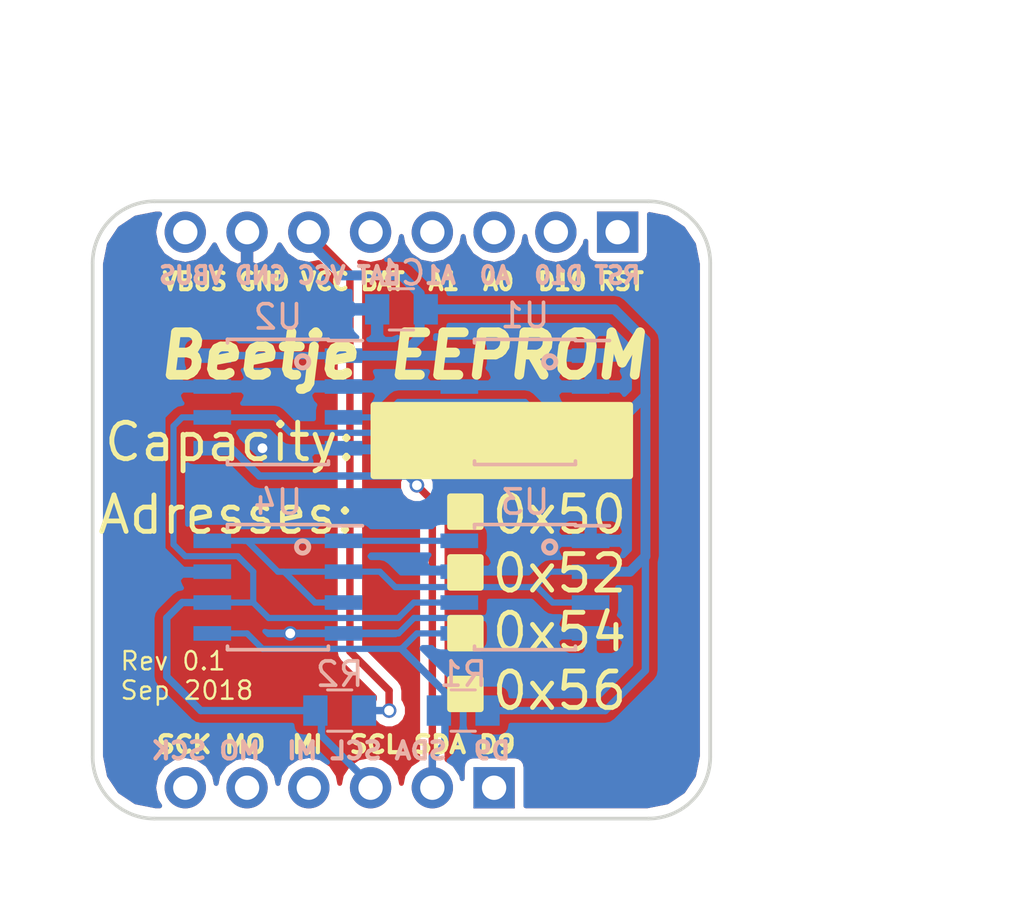
<source format=kicad_pcb>
(kicad_pcb (version 4) (host pcbnew 4.0.7)

  (general
    (links 38)
    (no_connects 0)
    (area 118.11 86.200001 163.095715 123.190001)
    (thickness 1.6)
    (drawings 22)
    (tracks 140)
    (zones 0)
    (modules 9)
    (nets 15)
  )

  (page A)
  (title_block
    (title "Beetje 32U4 Blok")
    (date 2018-08-10)
    (rev 0.0)
    (company www.MakersBox.us)
    (comment 1 648.ken@gmail.com)
  )

  (layers
    (0 F.Cu signal)
    (31 B.Cu signal)
    (32 B.Adhes user)
    (33 F.Adhes user)
    (34 B.Paste user)
    (35 F.Paste user)
    (36 B.SilkS user)
    (37 F.SilkS user)
    (38 B.Mask user)
    (39 F.Mask user)
    (40 Dwgs.User user)
    (41 Cmts.User user)
    (42 Eco1.User user)
    (43 Eco2.User user)
    (44 Edge.Cuts user)
    (45 Margin user)
    (46 B.CrtYd user)
    (47 F.CrtYd user)
    (48 B.Fab user)
    (49 F.Fab user hide)
  )

  (setup
    (last_trace_width 0.25)
    (user_trace_width 0.254)
    (user_trace_width 0.3048)
    (user_trace_width 0.4064)
    (user_trace_width 0.6096)
    (trace_clearance 0.2)
    (zone_clearance 0.35)
    (zone_45_only no)
    (trace_min 0.2)
    (segment_width 0.2)
    (edge_width 0.15)
    (via_size 0.6)
    (via_drill 0.4)
    (via_min_size 0.4)
    (via_min_drill 0.3)
    (uvia_size 0.3)
    (uvia_drill 0.1)
    (uvias_allowed no)
    (uvia_min_size 0.2)
    (uvia_min_drill 0.1)
    (pcb_text_width 0.3)
    (pcb_text_size 1.5 1.5)
    (mod_edge_width 0.15)
    (mod_text_size 1 1)
    (mod_text_width 0.15)
    (pad_size 0.75 0.75)
    (pad_drill 0)
    (pad_to_mask_clearance 0)
    (aux_axis_origin 0 0)
    (visible_elements 7FFFFFFF)
    (pcbplotparams
      (layerselection 0x00030_80000001)
      (usegerberextensions false)
      (excludeedgelayer true)
      (linewidth 0.100000)
      (plotframeref false)
      (viasonmask false)
      (mode 1)
      (useauxorigin false)
      (hpglpennumber 1)
      (hpglpenspeed 20)
      (hpglpendiameter 15)
      (hpglpenoverlay 2)
      (psnegative false)
      (psa4output false)
      (plotreference true)
      (plotvalue true)
      (plotinvisibletext false)
      (padsonsilk false)
      (subtractmaskfromsilk false)
      (outputformat 1)
      (mirror false)
      (drillshape 1)
      (scaleselection 1)
      (outputdirectory ""))
  )

  (net 0 "")
  (net 1 GND)
  (net 2 VBUS)
  (net 3 +BATT)
  (net 4 /D10)
  (net 5 /D9)
  (net 6 /SCL)
  (net 7 /SDA)
  (net 8 /A0)
  (net 9 /A1)
  (net 10 /SCK)
  (net 11 /MOSI)
  (net 12 /MISO)
  (net 13 /~RESET)
  (net 14 VCC)

  (net_class Default "This is the default net class."
    (clearance 0.2)
    (trace_width 0.25)
    (via_dia 0.6)
    (via_drill 0.4)
    (uvia_dia 0.3)
    (uvia_drill 0.1)
    (add_net +BATT)
    (add_net /A0)
    (add_net /A1)
    (add_net /D10)
    (add_net /D9)
    (add_net /MISO)
    (add_net /MOSI)
    (add_net /SCK)
    (add_net /SCL)
    (add_net /SDA)
    (add_net /~RESET)
    (add_net GND)
    (add_net VBUS)
    (add_net VCC)
  )

  (module footprints:Pin_Header_Straight_1x06_Pitch2.54mm (layer F.Cu) (tedit 5B6DE62D) (tstamp 5B6E0692)
    (at 138.43 118.11 270)
    (descr "Through hole straight pin header, 1x06, 2.54mm pitch, single row")
    (tags "Through hole pin header THT 1x06 2.54mm single row")
    (path /5B6D5224)
    (fp_text reference J2 (at 2.286 -1.27 360) (layer F.SilkS) hide
      (effects (font (size 1 1) (thickness 0.15)))
    )
    (fp_text value Beetje_Bottom (at 2.286 9.525 360) (layer F.Fab)
      (effects (font (size 1 1) (thickness 0.15)))
    )
    (fp_line (start -0.635 -1.27) (end 1.27 -1.27) (layer F.Fab) (width 0.1))
    (fp_line (start 1.27 -1.27) (end 1.27 13.97) (layer F.Fab) (width 0.1))
    (fp_line (start 1.27 13.97) (end -1.27 13.97) (layer F.Fab) (width 0.1))
    (fp_line (start -1.27 13.97) (end -1.27 -0.635) (layer F.Fab) (width 0.1))
    (fp_line (start -1.27 -0.635) (end -0.635 -1.27) (layer F.Fab) (width 0.1))
    (fp_line (start -1.8 -1.8) (end -1.8 14.5) (layer F.CrtYd) (width 0.05))
    (fp_line (start -1.8 14.5) (end 1.8 14.5) (layer F.CrtYd) (width 0.05))
    (fp_line (start 1.8 14.5) (end 1.8 -1.8) (layer F.CrtYd) (width 0.05))
    (fp_line (start 1.8 -1.8) (end -1.8 -1.8) (layer F.CrtYd) (width 0.05))
    (fp_text user %R (at 0 6.35 360) (layer F.Fab)
      (effects (font (size 1 1) (thickness 0.15)))
    )
    (pad 1 thru_hole rect (at 0 0 270) (size 1.7 1.7) (drill 1) (layers *.Cu *.Mask)
      (net 5 /D9))
    (pad 2 thru_hole oval (at 0 2.54 270) (size 1.7 1.7) (drill 1) (layers *.Cu *.Mask)
      (net 7 /SDA))
    (pad 3 thru_hole oval (at 0 5.08 270) (size 1.7 1.7) (drill 1) (layers *.Cu *.Mask)
      (net 6 /SCL))
    (pad 4 thru_hole oval (at 0 7.62 270) (size 1.7 1.7) (drill 1) (layers *.Cu *.Mask)
      (net 12 /MISO))
    (pad 5 thru_hole oval (at 0 10.16 270) (size 1.7 1.7) (drill 1) (layers *.Cu *.Mask)
      (net 11 /MOSI))
    (pad 6 thru_hole oval (at 0 12.7 270) (size 1.7 1.7) (drill 1) (layers *.Cu *.Mask)
      (net 10 /SCK))
  )

  (module footprints:Pin_Header_Straight_1x08_Pitch2.54mm (layer F.Cu) (tedit 5B6DE634) (tstamp 5B6E06A5)
    (at 143.51 95.25 270)
    (descr "Through hole straight pin header, 1x08, 2.54mm pitch, single row")
    (tags "Through hole pin header THT 1x08 2.54mm single row")
    (path /5B6D51CD)
    (fp_text reference J4 (at -2.286 0.127 360) (layer F.SilkS) hide
      (effects (font (size 1 1) (thickness 0.15)))
    )
    (fp_text value Beetje_Top (at -2.413 14.605 360) (layer F.Fab)
      (effects (font (size 1 1) (thickness 0.15)))
    )
    (fp_line (start -0.635 -1.27) (end 1.27 -1.27) (layer F.Fab) (width 0.1))
    (fp_line (start 1.27 -1.27) (end 1.27 19.05) (layer F.Fab) (width 0.1))
    (fp_line (start 1.27 19.05) (end -1.27 19.05) (layer F.Fab) (width 0.1))
    (fp_line (start -1.27 19.05) (end -1.27 -0.635) (layer F.Fab) (width 0.1))
    (fp_line (start -1.27 -0.635) (end -0.635 -1.27) (layer F.Fab) (width 0.1))
    (fp_line (start -1.8 -1.8) (end -1.8 19.55) (layer F.CrtYd) (width 0.05))
    (fp_line (start -1.8 19.55) (end 1.8 19.55) (layer F.CrtYd) (width 0.05))
    (fp_line (start 1.8 19.55) (end 1.8 -1.8) (layer F.CrtYd) (width 0.05))
    (fp_line (start 1.8 -1.8) (end -1.8 -1.8) (layer F.CrtYd) (width 0.05))
    (fp_text user %R (at 0 8.89 360) (layer F.Fab)
      (effects (font (size 1 1) (thickness 0.15)))
    )
    (pad 1 thru_hole rect (at 0 0 270) (size 1.7 1.7) (drill 1) (layers *.Cu *.Mask)
      (net 13 /~RESET))
    (pad 2 thru_hole oval (at 0 2.54 270) (size 1.7 1.7) (drill 1) (layers *.Cu *.Mask)
      (net 4 /D10))
    (pad 3 thru_hole oval (at 0 5.08 270) (size 1.7 1.7) (drill 1) (layers *.Cu *.Mask)
      (net 8 /A0))
    (pad 4 thru_hole oval (at 0 7.62 270) (size 1.7 1.7) (drill 1) (layers *.Cu *.Mask)
      (net 9 /A1))
    (pad 5 thru_hole oval (at 0 10.16 270) (size 1.7 1.7) (drill 1) (layers *.Cu *.Mask)
      (net 3 +BATT))
    (pad 6 thru_hole oval (at 0 12.7 270) (size 1.7 1.7) (drill 1) (layers *.Cu *.Mask)
      (net 14 VCC))
    (pad 7 thru_hole oval (at 0 15.24 270) (size 1.7 1.7) (drill 1) (layers *.Cu *.Mask)
      (net 1 GND))
    (pad 8 thru_hole oval (at 0 17.78 270) (size 1.7 1.7) (drill 1) (layers *.Cu *.Mask)
      (net 2 VBUS))
  )

  (module Housings_SOIC:SOIC-8_3.9x4.9mm_Pitch1.27mm (layer B.Cu) (tedit 5B843674) (tstamp 5B82E152)
    (at 139.7 102.235 180)
    (descr "8-Lead Plastic Small Outline (SN) - Narrow, 3.90 mm Body [SOIC] (see Microchip Packaging Specification 00000049BS.pdf)")
    (tags "SOIC 1.27")
    (path /5B82D7CF)
    (attr smd)
    (fp_text reference U1 (at 0 3.556 180) (layer B.SilkS)
      (effects (font (size 1 1) (thickness 0.15)) (justify mirror))
    )
    (fp_text value 24LC1025 (at 0 -3.5 180) (layer B.Fab)
      (effects (font (size 1 1) (thickness 0.15)) (justify mirror))
    )
    (fp_text user %R (at 0 0 180) (layer B.Fab)
      (effects (font (size 1 1) (thickness 0.15)) (justify mirror))
    )
    (fp_line (start -0.95 2.45) (end 1.95 2.45) (layer B.Fab) (width 0.1))
    (fp_line (start 1.95 2.45) (end 1.95 -2.45) (layer B.Fab) (width 0.1))
    (fp_line (start 1.95 -2.45) (end -1.95 -2.45) (layer B.Fab) (width 0.1))
    (fp_line (start -1.95 -2.45) (end -1.95 1.45) (layer B.Fab) (width 0.1))
    (fp_line (start -1.95 1.45) (end -0.95 2.45) (layer B.Fab) (width 0.1))
    (fp_line (start -3.73 2.7) (end -3.73 -2.7) (layer B.CrtYd) (width 0.05))
    (fp_line (start 3.73 2.7) (end 3.73 -2.7) (layer B.CrtYd) (width 0.05))
    (fp_line (start -3.73 2.7) (end 3.73 2.7) (layer B.CrtYd) (width 0.05))
    (fp_line (start -3.73 -2.7) (end 3.73 -2.7) (layer B.CrtYd) (width 0.05))
    (fp_line (start -2.075 2.575) (end -2.075 2.525) (layer B.SilkS) (width 0.15))
    (fp_line (start 2.075 2.575) (end 2.075 2.43) (layer B.SilkS) (width 0.15))
    (fp_line (start 2.075 -2.575) (end 2.075 -2.43) (layer B.SilkS) (width 0.15))
    (fp_line (start -2.075 -2.575) (end -2.075 -2.43) (layer B.SilkS) (width 0.15))
    (fp_line (start -2.075 2.575) (end 2.075 2.575) (layer B.SilkS) (width 0.15))
    (fp_line (start -2.075 -2.575) (end 2.075 -2.575) (layer B.SilkS) (width 0.15))
    (fp_line (start -2.075 2.525) (end -3.475 2.525) (layer B.SilkS) (width 0.15))
    (pad 1 smd rect (at -2.7 1.905 180) (size 1.55 0.6) (layers B.Cu B.Paste B.Mask)
      (net 1 GND))
    (pad 2 smd rect (at -2.7 0.635 180) (size 1.55 0.6) (layers B.Cu B.Paste B.Mask)
      (net 1 GND))
    (pad 3 smd rect (at -2.7 -0.635 180) (size 1.55 0.6) (layers B.Cu B.Paste B.Mask)
      (net 14 VCC))
    (pad 4 smd rect (at -2.7 -1.905 180) (size 1.55 0.6) (layers B.Cu B.Paste B.Mask)
      (net 1 GND))
    (pad 5 smd rect (at 2.7 -1.905 180) (size 1.55 0.6) (layers B.Cu B.Paste B.Mask)
      (net 7 /SDA))
    (pad 6 smd rect (at 2.7 -0.635 180) (size 1.55 0.6) (layers B.Cu B.Paste B.Mask)
      (net 6 /SCL))
    (pad 7 smd rect (at 2.7 0.635 180) (size 1.55 0.6) (layers B.Cu B.Paste B.Mask)
      (net 1 GND))
    (pad 8 smd rect (at 2.7 1.905 180) (size 1.55 0.6) (layers B.Cu B.Paste B.Mask)
      (net 14 VCC))
    (model ${KISYS3DMOD}/Housings_SOIC.3dshapes/SOIC-8_3.9x4.9mm_Pitch1.27mm.wrl
      (at (xyz 0 0 0))
      (scale (xyz 1 1 1))
      (rotate (xyz 0 0 0))
    )
  )

  (module Housings_SOIC:SOIC-8_3.9x4.9mm_Pitch1.27mm (layer B.Cu) (tedit 58CD0CDA) (tstamp 5B843621)
    (at 129.54 102.235 180)
    (descr "8-Lead Plastic Small Outline (SN) - Narrow, 3.90 mm Body [SOIC] (see Microchip Packaging Specification 00000049BS.pdf)")
    (tags "SOIC 1.27")
    (path /5B84491F)
    (attr smd)
    (fp_text reference U2 (at 0 3.5 180) (layer B.SilkS)
      (effects (font (size 1 1) (thickness 0.15)) (justify mirror))
    )
    (fp_text value 24LC1025 (at 0 -3.5 180) (layer B.Fab)
      (effects (font (size 1 1) (thickness 0.15)) (justify mirror))
    )
    (fp_text user %R (at 0 0 180) (layer B.Fab)
      (effects (font (size 1 1) (thickness 0.15)) (justify mirror))
    )
    (fp_line (start -0.95 2.45) (end 1.95 2.45) (layer B.Fab) (width 0.1))
    (fp_line (start 1.95 2.45) (end 1.95 -2.45) (layer B.Fab) (width 0.1))
    (fp_line (start 1.95 -2.45) (end -1.95 -2.45) (layer B.Fab) (width 0.1))
    (fp_line (start -1.95 -2.45) (end -1.95 1.45) (layer B.Fab) (width 0.1))
    (fp_line (start -1.95 1.45) (end -0.95 2.45) (layer B.Fab) (width 0.1))
    (fp_line (start -3.73 2.7) (end -3.73 -2.7) (layer B.CrtYd) (width 0.05))
    (fp_line (start 3.73 2.7) (end 3.73 -2.7) (layer B.CrtYd) (width 0.05))
    (fp_line (start -3.73 2.7) (end 3.73 2.7) (layer B.CrtYd) (width 0.05))
    (fp_line (start -3.73 -2.7) (end 3.73 -2.7) (layer B.CrtYd) (width 0.05))
    (fp_line (start -2.075 2.575) (end -2.075 2.525) (layer B.SilkS) (width 0.15))
    (fp_line (start 2.075 2.575) (end 2.075 2.43) (layer B.SilkS) (width 0.15))
    (fp_line (start 2.075 -2.575) (end 2.075 -2.43) (layer B.SilkS) (width 0.15))
    (fp_line (start -2.075 -2.575) (end -2.075 -2.43) (layer B.SilkS) (width 0.15))
    (fp_line (start -2.075 2.575) (end 2.075 2.575) (layer B.SilkS) (width 0.15))
    (fp_line (start -2.075 -2.575) (end 2.075 -2.575) (layer B.SilkS) (width 0.15))
    (fp_line (start -2.075 2.525) (end -3.475 2.525) (layer B.SilkS) (width 0.15))
    (pad 1 smd rect (at -2.7 1.905 180) (size 1.55 0.6) (layers B.Cu B.Paste B.Mask)
      (net 14 VCC))
    (pad 2 smd rect (at -2.7 0.635 180) (size 1.55 0.6) (layers B.Cu B.Paste B.Mask)
      (net 1 GND))
    (pad 3 smd rect (at -2.7 -0.635 180) (size 1.55 0.6) (layers B.Cu B.Paste B.Mask)
      (net 14 VCC))
    (pad 4 smd rect (at -2.7 -1.905 180) (size 1.55 0.6) (layers B.Cu B.Paste B.Mask)
      (net 1 GND))
    (pad 5 smd rect (at 2.7 -1.905 180) (size 1.55 0.6) (layers B.Cu B.Paste B.Mask)
      (net 7 /SDA))
    (pad 6 smd rect (at 2.7 -0.635 180) (size 1.55 0.6) (layers B.Cu B.Paste B.Mask)
      (net 6 /SCL))
    (pad 7 smd rect (at 2.7 0.635 180) (size 1.55 0.6) (layers B.Cu B.Paste B.Mask)
      (net 1 GND))
    (pad 8 smd rect (at 2.7 1.905 180) (size 1.55 0.6) (layers B.Cu B.Paste B.Mask)
      (net 14 VCC))
    (model ${KISYS3DMOD}/Housings_SOIC.3dshapes/SOIC-8_3.9x4.9mm_Pitch1.27mm.wrl
      (at (xyz 0 0 0))
      (scale (xyz 1 1 1))
      (rotate (xyz 0 0 0))
    )
  )

  (module Housings_SOIC:SOIC-8_3.9x4.9mm_Pitch1.27mm (layer B.Cu) (tedit 58CD0CDA) (tstamp 5B84363E)
    (at 139.7 109.855 180)
    (descr "8-Lead Plastic Small Outline (SN) - Narrow, 3.90 mm Body [SOIC] (see Microchip Packaging Specification 00000049BS.pdf)")
    (tags "SOIC 1.27")
    (path /5B844440)
    (attr smd)
    (fp_text reference U3 (at 0 3.5 180) (layer B.SilkS)
      (effects (font (size 1 1) (thickness 0.15)) (justify mirror))
    )
    (fp_text value 24LC1025 (at 0 -3.5 180) (layer B.Fab)
      (effects (font (size 1 1) (thickness 0.15)) (justify mirror))
    )
    (fp_text user %R (at 0 0 180) (layer B.Fab)
      (effects (font (size 1 1) (thickness 0.15)) (justify mirror))
    )
    (fp_line (start -0.95 2.45) (end 1.95 2.45) (layer B.Fab) (width 0.1))
    (fp_line (start 1.95 2.45) (end 1.95 -2.45) (layer B.Fab) (width 0.1))
    (fp_line (start 1.95 -2.45) (end -1.95 -2.45) (layer B.Fab) (width 0.1))
    (fp_line (start -1.95 -2.45) (end -1.95 1.45) (layer B.Fab) (width 0.1))
    (fp_line (start -1.95 1.45) (end -0.95 2.45) (layer B.Fab) (width 0.1))
    (fp_line (start -3.73 2.7) (end -3.73 -2.7) (layer B.CrtYd) (width 0.05))
    (fp_line (start 3.73 2.7) (end 3.73 -2.7) (layer B.CrtYd) (width 0.05))
    (fp_line (start -3.73 2.7) (end 3.73 2.7) (layer B.CrtYd) (width 0.05))
    (fp_line (start -3.73 -2.7) (end 3.73 -2.7) (layer B.CrtYd) (width 0.05))
    (fp_line (start -2.075 2.575) (end -2.075 2.525) (layer B.SilkS) (width 0.15))
    (fp_line (start 2.075 2.575) (end 2.075 2.43) (layer B.SilkS) (width 0.15))
    (fp_line (start 2.075 -2.575) (end 2.075 -2.43) (layer B.SilkS) (width 0.15))
    (fp_line (start -2.075 -2.575) (end -2.075 -2.43) (layer B.SilkS) (width 0.15))
    (fp_line (start -2.075 2.575) (end 2.075 2.575) (layer B.SilkS) (width 0.15))
    (fp_line (start -2.075 -2.575) (end 2.075 -2.575) (layer B.SilkS) (width 0.15))
    (fp_line (start -2.075 2.525) (end -3.475 2.525) (layer B.SilkS) (width 0.15))
    (pad 1 smd rect (at -2.7 1.905 180) (size 1.55 0.6) (layers B.Cu B.Paste B.Mask)
      (net 1 GND))
    (pad 2 smd rect (at -2.7 0.635 180) (size 1.55 0.6) (layers B.Cu B.Paste B.Mask)
      (net 14 VCC))
    (pad 3 smd rect (at -2.7 -0.635 180) (size 1.55 0.6) (layers B.Cu B.Paste B.Mask)
      (net 14 VCC))
    (pad 4 smd rect (at -2.7 -1.905 180) (size 1.55 0.6) (layers B.Cu B.Paste B.Mask)
      (net 1 GND))
    (pad 5 smd rect (at 2.7 -1.905 180) (size 1.55 0.6) (layers B.Cu B.Paste B.Mask)
      (net 7 /SDA))
    (pad 6 smd rect (at 2.7 -0.635 180) (size 1.55 0.6) (layers B.Cu B.Paste B.Mask)
      (net 6 /SCL))
    (pad 7 smd rect (at 2.7 0.635 180) (size 1.55 0.6) (layers B.Cu B.Paste B.Mask)
      (net 1 GND))
    (pad 8 smd rect (at 2.7 1.905 180) (size 1.55 0.6) (layers B.Cu B.Paste B.Mask)
      (net 14 VCC))
    (model ${KISYS3DMOD}/Housings_SOIC.3dshapes/SOIC-8_3.9x4.9mm_Pitch1.27mm.wrl
      (at (xyz 0 0 0))
      (scale (xyz 1 1 1))
      (rotate (xyz 0 0 0))
    )
  )

  (module Housings_SOIC:SOIC-8_3.9x4.9mm_Pitch1.27mm (layer B.Cu) (tedit 58CD0CDA) (tstamp 5B84365B)
    (at 129.54 109.855 180)
    (descr "8-Lead Plastic Small Outline (SN) - Narrow, 3.90 mm Body [SOIC] (see Microchip Packaging Specification 00000049BS.pdf)")
    (tags "SOIC 1.27")
    (path /5B844979)
    (attr smd)
    (fp_text reference U4 (at 0 3.5 180) (layer B.SilkS)
      (effects (font (size 1 1) (thickness 0.15)) (justify mirror))
    )
    (fp_text value 24LC1025 (at 0 -3.5 180) (layer B.Fab)
      (effects (font (size 1 1) (thickness 0.15)) (justify mirror))
    )
    (fp_text user %R (at 0 0 180) (layer B.Fab)
      (effects (font (size 1 1) (thickness 0.15)) (justify mirror))
    )
    (fp_line (start -0.95 2.45) (end 1.95 2.45) (layer B.Fab) (width 0.1))
    (fp_line (start 1.95 2.45) (end 1.95 -2.45) (layer B.Fab) (width 0.1))
    (fp_line (start 1.95 -2.45) (end -1.95 -2.45) (layer B.Fab) (width 0.1))
    (fp_line (start -1.95 -2.45) (end -1.95 1.45) (layer B.Fab) (width 0.1))
    (fp_line (start -1.95 1.45) (end -0.95 2.45) (layer B.Fab) (width 0.1))
    (fp_line (start -3.73 2.7) (end -3.73 -2.7) (layer B.CrtYd) (width 0.05))
    (fp_line (start 3.73 2.7) (end 3.73 -2.7) (layer B.CrtYd) (width 0.05))
    (fp_line (start -3.73 2.7) (end 3.73 2.7) (layer B.CrtYd) (width 0.05))
    (fp_line (start -3.73 -2.7) (end 3.73 -2.7) (layer B.CrtYd) (width 0.05))
    (fp_line (start -2.075 2.575) (end -2.075 2.525) (layer B.SilkS) (width 0.15))
    (fp_line (start 2.075 2.575) (end 2.075 2.43) (layer B.SilkS) (width 0.15))
    (fp_line (start 2.075 -2.575) (end 2.075 -2.43) (layer B.SilkS) (width 0.15))
    (fp_line (start -2.075 -2.575) (end -2.075 -2.43) (layer B.SilkS) (width 0.15))
    (fp_line (start -2.075 2.575) (end 2.075 2.575) (layer B.SilkS) (width 0.15))
    (fp_line (start -2.075 -2.575) (end 2.075 -2.575) (layer B.SilkS) (width 0.15))
    (fp_line (start -2.075 2.525) (end -3.475 2.525) (layer B.SilkS) (width 0.15))
    (pad 1 smd rect (at -2.7 1.905 180) (size 1.55 0.6) (layers B.Cu B.Paste B.Mask)
      (net 14 VCC))
    (pad 2 smd rect (at -2.7 0.635 180) (size 1.55 0.6) (layers B.Cu B.Paste B.Mask)
      (net 14 VCC))
    (pad 3 smd rect (at -2.7 -0.635 180) (size 1.55 0.6) (layers B.Cu B.Paste B.Mask)
      (net 14 VCC))
    (pad 4 smd rect (at -2.7 -1.905 180) (size 1.55 0.6) (layers B.Cu B.Paste B.Mask)
      (net 1 GND))
    (pad 5 smd rect (at 2.7 -1.905 180) (size 1.55 0.6) (layers B.Cu B.Paste B.Mask)
      (net 7 /SDA))
    (pad 6 smd rect (at 2.7 -0.635 180) (size 1.55 0.6) (layers B.Cu B.Paste B.Mask)
      (net 6 /SCL))
    (pad 7 smd rect (at 2.7 0.635 180) (size 1.55 0.6) (layers B.Cu B.Paste B.Mask)
      (net 1 GND))
    (pad 8 smd rect (at 2.7 1.905 180) (size 1.55 0.6) (layers B.Cu B.Paste B.Mask)
      (net 14 VCC))
    (model ${KISYS3DMOD}/Housings_SOIC.3dshapes/SOIC-8_3.9x4.9mm_Pitch1.27mm.wrl
      (at (xyz 0 0 0))
      (scale (xyz 1 1 1))
      (rotate (xyz 0 0 0))
    )
  )

  (module footprints:C_0805 (layer B.Cu) (tedit 58AA8463) (tstamp 5B773964)
    (at 134.62 98.425 180)
    (descr "Capacitor SMD 0805, reflow soldering, AVX (see smccp.pdf)")
    (tags "capacitor 0805")
    (path /5B77416F)
    (attr smd)
    (fp_text reference C1 (at 0 1.5 180) (layer B.SilkS)
      (effects (font (size 1 1) (thickness 0.15)) (justify mirror))
    )
    (fp_text value 0.1uF (at 0 -1.75 180) (layer B.Fab)
      (effects (font (size 1 1) (thickness 0.15)) (justify mirror))
    )
    (fp_text user %R (at 0 1.5 180) (layer B.Fab)
      (effects (font (size 1 1) (thickness 0.15)) (justify mirror))
    )
    (fp_line (start -1 -0.62) (end -1 0.62) (layer B.Fab) (width 0.1))
    (fp_line (start 1 -0.62) (end -1 -0.62) (layer B.Fab) (width 0.1))
    (fp_line (start 1 0.62) (end 1 -0.62) (layer B.Fab) (width 0.1))
    (fp_line (start -1 0.62) (end 1 0.62) (layer B.Fab) (width 0.1))
    (fp_line (start 0.5 0.85) (end -0.5 0.85) (layer B.SilkS) (width 0.12))
    (fp_line (start -0.5 -0.85) (end 0.5 -0.85) (layer B.SilkS) (width 0.12))
    (fp_line (start -1.75 0.88) (end 1.75 0.88) (layer B.CrtYd) (width 0.05))
    (fp_line (start -1.75 0.88) (end -1.75 -0.87) (layer B.CrtYd) (width 0.05))
    (fp_line (start 1.75 -0.87) (end 1.75 0.88) (layer B.CrtYd) (width 0.05))
    (fp_line (start 1.75 -0.87) (end -1.75 -0.87) (layer B.CrtYd) (width 0.05))
    (pad 1 smd rect (at -1 0 180) (size 1 1.25) (layers B.Cu B.Paste B.Mask)
      (net 14 VCC))
    (pad 2 smd rect (at 1 0 180) (size 1 1.25) (layers B.Cu B.Paste B.Mask)
      (net 1 GND))
    (model Capacitors_SMD.3dshapes/C_0805.wrl
      (at (xyz 0 0 0))
      (scale (xyz 1 1 1))
      (rotate (xyz 0 0 0))
    )
  )

  (module footprints:C_0805 (layer B.Cu) (tedit 58AA8463) (tstamp 5B82E146)
    (at 132.08 114.935 180)
    (descr "Capacitor SMD 0805, reflow soldering, AVX (see smccp.pdf)")
    (tags "capacitor 0805")
    (path /5B82ED1C)
    (attr smd)
    (fp_text reference R2 (at 0 1.5 180) (layer B.SilkS)
      (effects (font (size 1 1) (thickness 0.15)) (justify mirror))
    )
    (fp_text value 4K7 (at 0 -1.75 180) (layer B.Fab)
      (effects (font (size 1 1) (thickness 0.15)) (justify mirror))
    )
    (fp_text user %R (at 0 1.5 180) (layer B.Fab)
      (effects (font (size 1 1) (thickness 0.15)) (justify mirror))
    )
    (fp_line (start -1 -0.62) (end -1 0.62) (layer B.Fab) (width 0.1))
    (fp_line (start 1 -0.62) (end -1 -0.62) (layer B.Fab) (width 0.1))
    (fp_line (start 1 0.62) (end 1 -0.62) (layer B.Fab) (width 0.1))
    (fp_line (start -1 0.62) (end 1 0.62) (layer B.Fab) (width 0.1))
    (fp_line (start 0.5 0.85) (end -0.5 0.85) (layer B.SilkS) (width 0.12))
    (fp_line (start -0.5 -0.85) (end 0.5 -0.85) (layer B.SilkS) (width 0.12))
    (fp_line (start -1.75 0.88) (end 1.75 0.88) (layer B.CrtYd) (width 0.05))
    (fp_line (start -1.75 0.88) (end -1.75 -0.87) (layer B.CrtYd) (width 0.05))
    (fp_line (start 1.75 -0.87) (end 1.75 0.88) (layer B.CrtYd) (width 0.05))
    (fp_line (start 1.75 -0.87) (end -1.75 -0.87) (layer B.CrtYd) (width 0.05))
    (pad 1 smd rect (at -1 0 180) (size 1 1.25) (layers B.Cu B.Paste B.Mask)
      (net 14 VCC))
    (pad 2 smd rect (at 1 0 180) (size 1 1.25) (layers B.Cu B.Paste B.Mask)
      (net 6 /SCL))
    (model Capacitors_SMD.3dshapes/C_0805.wrl
      (at (xyz 0 0 0))
      (scale (xyz 1 1 1))
      (rotate (xyz 0 0 0))
    )
  )

  (module footprints:C_0805 (layer B.Cu) (tedit 58AA8463) (tstamp 5B7739DD)
    (at 137.16 114.935 180)
    (descr "Capacitor SMD 0805, reflow soldering, AVX (see smccp.pdf)")
    (tags "capacitor 0805")
    (path /5B82ECE4)
    (attr smd)
    (fp_text reference R1 (at 0 1.5 180) (layer B.SilkS)
      (effects (font (size 1 1) (thickness 0.15)) (justify mirror))
    )
    (fp_text value 4K7 (at 0 -1.75 180) (layer B.Fab)
      (effects (font (size 1 1) (thickness 0.15)) (justify mirror))
    )
    (fp_text user %R (at 0 1.5 180) (layer B.Fab)
      (effects (font (size 1 1) (thickness 0.15)) (justify mirror))
    )
    (fp_line (start -1 -0.62) (end -1 0.62) (layer B.Fab) (width 0.1))
    (fp_line (start 1 -0.62) (end -1 -0.62) (layer B.Fab) (width 0.1))
    (fp_line (start 1 0.62) (end 1 -0.62) (layer B.Fab) (width 0.1))
    (fp_line (start -1 0.62) (end 1 0.62) (layer B.Fab) (width 0.1))
    (fp_line (start 0.5 0.85) (end -0.5 0.85) (layer B.SilkS) (width 0.12))
    (fp_line (start -0.5 -0.85) (end 0.5 -0.85) (layer B.SilkS) (width 0.12))
    (fp_line (start -1.75 0.88) (end 1.75 0.88) (layer B.CrtYd) (width 0.05))
    (fp_line (start -1.75 0.88) (end -1.75 -0.87) (layer B.CrtYd) (width 0.05))
    (fp_line (start 1.75 -0.87) (end 1.75 0.88) (layer B.CrtYd) (width 0.05))
    (fp_line (start 1.75 -0.87) (end -1.75 -0.87) (layer B.CrtYd) (width 0.05))
    (pad 1 smd rect (at -1 0 180) (size 1 1.25) (layers B.Cu B.Paste B.Mask)
      (net 14 VCC))
    (pad 2 smd rect (at 1 0 180) (size 1 1.25) (layers B.Cu B.Paste B.Mask)
      (net 7 /SDA))
    (model Capacitors_SMD.3dshapes/C_0805.wrl
      (at (xyz 0 0 0))
      (scale (xyz 1 1 1))
      (rotate (xyz 0 0 0))
    )
  )

  (gr_circle (center 130.556 108.204) (end 130.302 108.204) (layer B.SilkS) (width 0.2))
  (gr_circle (center 140.716 108.204) (end 140.462 108.204) (layer B.SilkS) (width 0.2))
  (gr_circle (center 140.716 100.584) (end 140.462 100.584) (layer B.SilkS) (width 0.2))
  (gr_circle (center 130.556 100.584) (end 130.556 100.33) (layer B.SilkS) (width 0.2))
  (gr_text "D9  SDA SCL MI  MO SCK" (at 139.192 116.586) (layer B.SilkS)
    (effects (font (size 0.7 0.75) (thickness 0.175)) (justify left mirror))
  )
  (gr_text "VBUS GND VCC BAT  A1  A0  D10 RST" (at 124.714 97.282) (layer F.SilkS)
    (effects (font (size 0.7 0.675) (thickness 0.16875)) (justify left))
  )
  (gr_text "Adresses:     0x50\n0x52\n0x54\n0x56" (at 144 110.5) (layer F.SilkS)
    (effects (font (size 1.5 1.5) (thickness 0.2)) (justify right))
  )
  (gr_text Capacity: (at 132.842 103.886) (layer F.SilkS)
    (effects (font (size 1.5 1.5) (thickness 0.2)) (justify right))
  )
  (gr_text "Beetje EEPROM" (at 124.46 100.33) (layer F.SilkS)
    (effects (font (size 1.75 1.75) (thickness 0.4) italic) (justify left))
  )
  (gr_text "Rev 0.1\nSep 2018" (at 123 113.5) (layer F.SilkS)
    (effects (font (size 0.75 0.75) (thickness 0.1)) (justify left))
  )
  (gr_text "RST D10  A0  A1  BAT VCC GND VBUS" (at 144.526 97.028) (layer B.SilkS)
    (effects (font (size 0.7 0.675) (thickness 0.16875)) (justify left mirror))
  )
  (gr_line (start 121.92 116.84) (end 121.92 96.52) (angle 90) (layer Edge.Cuts) (width 0.15))
  (gr_line (start 144.78 119.38) (end 124.46 119.38) (angle 90) (layer Edge.Cuts) (width 0.15))
  (gr_line (start 147.32 96.52) (end 147.32 116.84) (angle 90) (layer Edge.Cuts) (width 0.15))
  (gr_line (start 124.46 93.98) (end 144.78 93.98) (angle 90) (layer Edge.Cuts) (width 0.15))
  (gr_arc (start 124.46 96.52) (end 121.92 96.52) (angle 90) (layer Edge.Cuts) (width 0.15))
  (gr_arc (start 124.46 116.84) (end 124.46 119.38) (angle 90) (layer Edge.Cuts) (width 0.15))
  (gr_arc (start 144.78 116.84) (end 147.32 116.84) (angle 90) (layer Edge.Cuts) (width 0.15))
  (gr_arc (start 144.78 96.52) (end 144.78 93.98) (angle 90) (layer Edge.Cuts) (width 0.15))
  (dimension 25.4 (width 0.3) (layer Dwgs.User)
    (gr_text "1.0000 in" (at 157.56 105.41 270) (layer Dwgs.User)
      (effects (font (size 1.5 1.5) (thickness 0.3)))
    )
    (feature1 (pts (xy 148.59 118.11) (xy 158.91 118.11)))
    (feature2 (pts (xy 148.59 92.71) (xy 158.91 92.71)))
    (crossbar (pts (xy 156.21 92.71) (xy 156.21 118.11)))
    (arrow1a (pts (xy 156.21 118.11) (xy 155.623579 116.983496)))
    (arrow1b (pts (xy 156.21 118.11) (xy 156.796421 116.983496)))
    (arrow2a (pts (xy 156.21 92.71) (xy 155.623579 93.836504)))
    (arrow2b (pts (xy 156.21 92.71) (xy 156.796421 93.836504)))
  )
  (dimension 25.4 (width 0.3) (layer Dwgs.User)
    (gr_text "1.0000 in" (at 134.62 87.550001) (layer Dwgs.User)
      (effects (font (size 1.5 1.5) (thickness 0.3)))
    )
    (feature1 (pts (xy 121.92 93.98) (xy 121.92 86.200001)))
    (feature2 (pts (xy 147.32 93.98) (xy 147.32 86.200001)))
    (crossbar (pts (xy 147.32 88.900001) (xy 121.92 88.900001)))
    (arrow1a (pts (xy 121.92 88.900001) (xy 123.046504 88.31358)))
    (arrow1b (pts (xy 121.92 88.900001) (xy 123.046504 89.486422)))
    (arrow2a (pts (xy 147.32 88.900001) (xy 146.193496 88.31358)))
    (arrow2b (pts (xy 147.32 88.900001) (xy 146.193496 89.486422)))
  )
  (gr_text "SCK MO  MI  SCL SDA D9" (at 124.46 116.332) (layer F.SilkS)
    (effects (font (size 0.7 0.75) (thickness 0.175)) (justify left))
  )

  (segment (start 132.24 104.14) (end 128.905 104.14) (width 0.3048) (layer B.Cu) (net 1))
  (segment (start 128.905 104.14) (end 128.27 103.505) (width 0.3048) (layer F.Cu) (net 1) (tstamp 5B84402A))
  (via (at 128.905 104.14) (size 0.6) (drill 0.4) (layers F.Cu B.Cu) (net 1))
  (segment (start 132.24 111.76) (end 130.048 111.76) (width 0.3048) (layer B.Cu) (net 1))
  (segment (start 128.27 109.982) (end 128.27 103.505) (width 0.3048) (layer F.Cu) (net 1) (tstamp 5B843CA9))
  (segment (start 130.048 111.76) (end 128.27 109.982) (width 0.3048) (layer F.Cu) (net 1) (tstamp 5B843CA8))
  (via (at 130.048 111.76) (size 0.6) (drill 0.4) (layers F.Cu B.Cu) (net 1))
  (segment (start 128.27 103.505) (end 128.27 103.251) (width 0.3048) (layer F.Cu) (net 1) (tstamp 5B84402D))
  (segment (start 128.27 103.251) (end 128.27 95.25) (width 0.3048) (layer F.Cu) (net 1) (tstamp 5B843CD1))
  (segment (start 139.7 107.95) (end 140.843 106.807) (width 0.3048) (layer B.Cu) (net 1))
  (segment (start 140.843 105.283) (end 139.7 104.14) (width 0.3048) (layer B.Cu) (net 1) (tstamp 5B843C6B))
  (segment (start 140.843 106.807) (end 140.843 105.283) (width 0.3048) (layer B.Cu) (net 1) (tstamp 5B843C69))
  (segment (start 137 109.22) (end 138.43 109.22) (width 0.3048) (layer B.Cu) (net 1))
  (segment (start 139.7 107.95) (end 142.4 107.95) (width 0.3048) (layer B.Cu) (net 1) (tstamp 5B843C65))
  (segment (start 138.43 109.22) (end 139.7 107.95) (width 0.3048) (layer B.Cu) (net 1) (tstamp 5B843C62))
  (segment (start 126.84 101.6) (end 132.24 101.6) (width 0.3048) (layer B.Cu) (net 1))
  (segment (start 124.714 100.965) (end 124.714 108.331) (width 0.4064) (layer B.Cu) (net 1))
  (segment (start 125.603 109.22) (end 126.84 109.22) (width 0.4064) (layer B.Cu) (net 1) (tstamp 5B843A9C))
  (segment (start 124.714 108.331) (end 125.603 109.22) (width 0.4064) (layer B.Cu) (net 1) (tstamp 5B843A98))
  (segment (start 130.048 98.425) (end 125.349 98.425) (width 0.4064) (layer B.Cu) (net 1))
  (segment (start 125.349 101.6) (end 126.84 101.6) (width 0.4064) (layer B.Cu) (net 1) (tstamp 5B843A92))
  (segment (start 124.714 100.965) (end 125.349 101.6) (width 0.4064) (layer B.Cu) (net 1) (tstamp 5B843A91))
  (segment (start 124.714 99.06) (end 124.714 100.965) (width 0.4064) (layer B.Cu) (net 1) (tstamp 5B843A90))
  (segment (start 125.349 98.425) (end 124.714 99.06) (width 0.4064) (layer B.Cu) (net 1) (tstamp 5B843A8F))
  (segment (start 128.27 95.25) (end 128.27 96.774) (width 0.4064) (layer B.Cu) (net 1))
  (segment (start 128.27 96.774) (end 129.921 98.425) (width 0.4064) (layer B.Cu) (net 1) (tstamp 5B843A86))
  (segment (start 129.921 98.425) (end 130.048 98.425) (width 0.4064) (layer B.Cu) (net 1) (tstamp 5B843A88))
  (segment (start 130.048 98.425) (end 133.87 98.425) (width 0.4064) (layer B.Cu) (net 1) (tstamp 5B843A8D))
  (segment (start 132.24 111.76) (end 134.500056 111.76) (width 0.254) (layer B.Cu) (net 1))
  (segment (start 139.954 111.76) (end 142.4 111.76) (width 0.254) (layer B.Cu) (net 1) (tstamp 5B84398D))
  (segment (start 139.319 111.125) (end 139.954 111.76) (width 0.254) (layer B.Cu) (net 1) (tstamp 5B84398C))
  (segment (start 135.135056 111.125) (end 139.319 111.125) (width 0.254) (layer B.Cu) (net 1) (tstamp 5B84398B))
  (segment (start 134.500056 111.76) (end 135.135056 111.125) (width 0.254) (layer B.Cu) (net 1) (tstamp 5B84398A))
  (segment (start 139.065 101.6) (end 139.319 101.6) (width 0.254) (layer B.Cu) (net 1))
  (segment (start 140.589 100.33) (end 142.4 100.33) (width 0.254) (layer B.Cu) (net 1) (tstamp 5B843980))
  (segment (start 139.319 101.6) (end 140.589 100.33) (width 0.254) (layer B.Cu) (net 1) (tstamp 5B84397F))
  (segment (start 137 101.6) (end 139.065 101.6) (width 0.254) (layer B.Cu) (net 1))
  (segment (start 139.065 101.6) (end 142.4 101.6) (width 0.254) (layer B.Cu) (net 1) (tstamp 5B84397D))
  (segment (start 132.24 104.14) (end 134.874 104.14) (width 0.254) (layer B.Cu) (net 1))
  (segment (start 134.874 104.14) (end 135.509 103.505) (width 0.254) (layer B.Cu) (net 1) (tstamp 5B843975))
  (segment (start 135.509 103.505) (end 139.065 103.505) (width 0.254) (layer B.Cu) (net 1) (tstamp 5B843976))
  (segment (start 139.065 103.505) (end 139.7 104.14) (width 0.254) (layer B.Cu) (net 1) (tstamp 5B843977))
  (segment (start 139.7 104.14) (end 142.4 104.14) (width 0.254) (layer B.Cu) (net 1) (tstamp 5B843978))
  (segment (start 132.24 101.6) (end 137 101.6) (width 0.254) (layer B.Cu) (net 1))
  (segment (start 133.35 118.11) (end 133.35 117.983) (width 0.3048) (layer B.Cu) (net 6))
  (segment (start 133.35 117.983) (end 131.33 115.963) (width 0.3048) (layer B.Cu) (net 6) (tstamp 5B843C22))
  (segment (start 131.33 115.963) (end 131.33 114.935) (width 0.3048) (layer B.Cu) (net 6) (tstamp 5B843C24))
  (segment (start 126.84 110.49) (end 125.603 110.49) (width 0.3048) (layer B.Cu) (net 6))
  (segment (start 126.365 114.935) (end 131.33 114.935) (width 0.3048) (layer B.Cu) (net 6) (tstamp 5B843C16))
  (segment (start 124.968 113.538) (end 126.365 114.935) (width 0.3048) (layer B.Cu) (net 6) (tstamp 5B843C13))
  (segment (start 124.968 111.125) (end 124.968 113.538) (width 0.3048) (layer B.Cu) (net 6) (tstamp 5B843C11))
  (segment (start 125.603 110.49) (end 124.968 111.125) (width 0.3048) (layer B.Cu) (net 6) (tstamp 5B843C0F))
  (segment (start 128.524 110.49) (end 128.524 109.22) (width 0.254) (layer B.Cu) (net 6))
  (segment (start 125.603 102.87) (end 126.84 102.87) (width 0.254) (layer B.Cu) (net 6) (tstamp 5B843AE4))
  (segment (start 125.244202 103.228798) (end 125.603 102.87) (width 0.254) (layer B.Cu) (net 6) (tstamp 5B843AE2))
  (segment (start 125.244202 108.099202) (end 125.244202 103.228798) (width 0.254) (layer B.Cu) (net 6) (tstamp 5B843AE1))
  (segment (start 125.73 108.585) (end 125.244202 108.099202) (width 0.254) (layer B.Cu) (net 6) (tstamp 5B843AE0))
  (segment (start 127.889 108.585) (end 125.73 108.585) (width 0.254) (layer B.Cu) (net 6) (tstamp 5B843ADE))
  (segment (start 128.524 109.22) (end 127.889 108.585) (width 0.254) (layer B.Cu) (net 6) (tstamp 5B843ADC))
  (segment (start 137 110.49) (end 135.128 110.49) (width 0.254) (layer B.Cu) (net 6))
  (segment (start 128.524 110.49) (end 126.84 110.49) (width 0.254) (layer B.Cu) (net 6) (tstamp 5B84393E))
  (segment (start 129.159 111.125) (end 128.524 110.49) (width 0.254) (layer B.Cu) (net 6) (tstamp 5B84393D))
  (segment (start 134.493 111.125) (end 129.159 111.125) (width 0.254) (layer B.Cu) (net 6) (tstamp 5B84393C))
  (segment (start 135.128 110.49) (end 134.493 111.125) (width 0.254) (layer B.Cu) (net 6) (tstamp 5B84393B))
  (segment (start 137 102.87) (end 135.255 102.87) (width 0.254) (layer B.Cu) (net 6))
  (segment (start 135.255 102.87) (end 134.62 103.505) (width 0.254) (layer B.Cu) (net 6) (tstamp 5B843934))
  (segment (start 134.62 103.505) (end 130.048 103.505) (width 0.254) (layer B.Cu) (net 6) (tstamp 5B843935))
  (segment (start 130.048 103.505) (end 129.413 102.87) (width 0.254) (layer B.Cu) (net 6) (tstamp 5B843936))
  (segment (start 129.413 102.87) (end 126.84 102.87) (width 0.254) (layer B.Cu) (net 6) (tstamp 5B843937))
  (segment (start 134.747 105.283) (end 134.747 105.156) (width 0.3048) (layer B.Cu) (net 7))
  (segment (start 135.763 104.14) (end 137 104.14) (width 0.3048) (layer B.Cu) (net 7) (tstamp 5B843BA0))
  (segment (start 134.747 105.156) (end 135.763 104.14) (width 0.3048) (layer B.Cu) (net 7) (tstamp 5B843B9F))
  (segment (start 135.89 118.11) (end 135.89 106.299) (width 0.3048) (layer F.Cu) (net 7))
  (segment (start 127.635 104.14) (end 126.84 104.14) (width 0.3048) (layer B.Cu) (net 7) (tstamp 5B843B95))
  (segment (start 128.778 105.283) (end 127.635 104.14) (width 0.3048) (layer B.Cu) (net 7) (tstamp 5B843B93))
  (segment (start 134.874 105.283) (end 134.747 105.283) (width 0.3048) (layer B.Cu) (net 7) (tstamp 5B843B8F))
  (segment (start 134.747 105.283) (end 128.778 105.283) (width 0.3048) (layer B.Cu) (net 7) (tstamp 5B843B9D))
  (segment (start 135.255 105.664) (end 134.874 105.283) (width 0.3048) (layer B.Cu) (net 7) (tstamp 5B843B8E))
  (via (at 135.255 105.664) (size 0.6) (drill 0.4) (layers F.Cu B.Cu) (net 7))
  (segment (start 135.89 106.299) (end 135.255 105.664) (width 0.3048) (layer F.Cu) (net 7) (tstamp 5B843B84))
  (segment (start 136.41 114.935) (end 136.41 114.185) (width 0.3048) (layer B.Cu) (net 7))
  (segment (start 136.41 114.185) (end 134.62 112.395) (width 0.3048) (layer B.Cu) (net 7) (tstamp 5B843A4E))
  (segment (start 135.89 118.11) (end 135.89 116.84) (width 0.3048) (layer B.Cu) (net 7))
  (segment (start 136.41 116.32) (end 136.41 114.935) (width 0.3048) (layer B.Cu) (net 7) (tstamp 5B843A4B))
  (segment (start 135.89 116.84) (end 136.41 116.32) (width 0.3048) (layer B.Cu) (net 7) (tstamp 5B843A4A))
  (segment (start 126.84 111.76) (end 128.27 111.76) (width 0.254) (layer B.Cu) (net 7))
  (segment (start 128.27 111.76) (end 128.905 112.395) (width 0.254) (layer B.Cu) (net 7) (tstamp 5B843947))
  (segment (start 128.905 112.395) (end 134.62 112.395) (width 0.254) (layer B.Cu) (net 7) (tstamp 5B843948))
  (segment (start 135.255 111.76) (end 137 111.76) (width 0.254) (layer B.Cu) (net 7) (tstamp 5B84394A))
  (segment (start 134.62 112.395) (end 135.255 111.76) (width 0.254) (layer B.Cu) (net 7) (tstamp 5B843949))
  (segment (start 134.112 114.935) (end 134.112 114.112) (width 0.3048) (layer F.Cu) (net 14))
  (via (at 134.112 114.935) (size 0.6) (drill 0.4) (layers F.Cu B.Cu) (net 14))
  (segment (start 132.83 114.935) (end 134.112 114.935) (width 0.3048) (layer B.Cu) (net 14))
  (segment (start 132.5 96.94) (end 130.81 95.25) (width 0.3048) (layer F.Cu) (net 14) (tstamp 5B843FE6))
  (segment (start 132.5 112.5) (end 132.5 96.94) (width 0.3048) (layer F.Cu) (net 14) (tstamp 5B843FDC))
  (segment (start 134.112 114.112) (end 132.5 112.5) (width 0.3048) (layer F.Cu) (net 14) (tstamp 5B843FD8))
  (segment (start 137.91 114.935) (end 143.002 114.935) (width 0.3048) (layer B.Cu) (net 14))
  (segment (start 144.653 113.284) (end 144.653 108.585) (width 0.3048) (layer B.Cu) (net 14) (tstamp 5B843B47))
  (segment (start 143.002 114.935) (end 144.653 113.284) (width 0.3048) (layer B.Cu) (net 14) (tstamp 5B843B44))
  (segment (start 129.54 109.22) (end 129.794 109.22) (width 0.254) (layer B.Cu) (net 14))
  (segment (start 131.064 110.49) (end 132.24 110.49) (width 0.254) (layer B.Cu) (net 14) (tstamp 5B843B2D))
  (segment (start 129.794 109.22) (end 131.064 110.49) (width 0.254) (layer B.Cu) (net 14) (tstamp 5B843B2C))
  (segment (start 144.653 101.981) (end 144.653 108.585) (width 0.4064) (layer B.Cu) (net 14))
  (segment (start 144.018 109.22) (end 142.4 109.22) (width 0.4064) (layer B.Cu) (net 14) (tstamp 5B843B19))
  (segment (start 144.653 108.585) (end 144.018 109.22) (width 0.4064) (layer B.Cu) (net 14) (tstamp 5B843B15))
  (segment (start 135.37 98.425) (end 143.383 98.425) (width 0.4064) (layer B.Cu) (net 14))
  (segment (start 143.764 102.87) (end 142.4 102.87) (width 0.4064) (layer B.Cu) (net 14) (tstamp 5B843B12))
  (segment (start 144.653 101.981) (end 143.764 102.87) (width 0.4064) (layer B.Cu) (net 14) (tstamp 5B843B10))
  (segment (start 144.653 99.695) (end 144.653 101.981) (width 0.4064) (layer B.Cu) (net 14) (tstamp 5B843B0F))
  (segment (start 143.383 98.425) (end 144.653 99.695) (width 0.4064) (layer B.Cu) (net 14) (tstamp 5B843B0D))
  (segment (start 135.37 98.425) (end 135.37 99.58) (width 0.4064) (layer B.Cu) (net 14))
  (segment (start 135.37 99.58) (end 134.62 100.33) (width 0.4064) (layer B.Cu) (net 14) (tstamp 5B843A7E))
  (segment (start 132.24 100.33) (end 134.62 100.33) (width 0.4064) (layer B.Cu) (net 14))
  (segment (start 134.62 100.33) (end 137 100.33) (width 0.4064) (layer B.Cu) (net 14) (tstamp 5B843A82))
  (segment (start 130.81 95.25) (end 130.81 95.631) (width 0.4064) (layer B.Cu) (net 14))
  (segment (start 130.81 95.631) (end 132.207 97.028) (width 0.4064) (layer B.Cu) (net 14) (tstamp 5B843A6A))
  (segment (start 132.207 97.028) (end 134.62 97.028) (width 0.4064) (layer B.Cu) (net 14) (tstamp 5B843A6B))
  (segment (start 134.62 97.028) (end 135.37 97.778) (width 0.4064) (layer B.Cu) (net 14) (tstamp 5B843A6C))
  (segment (start 135.37 97.778) (end 135.37 98.425) (width 0.4064) (layer B.Cu) (net 14) (tstamp 5B843A6F))
  (segment (start 132.24 102.87) (end 133.858 102.87) (width 0.254) (layer B.Cu) (net 14))
  (segment (start 133.858 102.87) (end 134.493 102.235) (width 0.254) (layer B.Cu) (net 14) (tstamp 5B8439A9))
  (segment (start 134.493 102.235) (end 139.7 102.235) (width 0.254) (layer B.Cu) (net 14) (tstamp 5B8439AA))
  (segment (start 139.7 102.235) (end 140.335 102.87) (width 0.254) (layer B.Cu) (net 14) (tstamp 5B8439AB))
  (segment (start 140.335 102.87) (end 142.4 102.87) (width 0.254) (layer B.Cu) (net 14) (tstamp 5B8439AC))
  (segment (start 140.081 109.855) (end 140.208 109.855) (width 0.254) (layer B.Cu) (net 14))
  (segment (start 140.843 110.49) (end 142.4 110.49) (width 0.254) (layer B.Cu) (net 14) (tstamp 5B8439A6))
  (segment (start 140.208 109.855) (end 140.843 110.49) (width 0.254) (layer B.Cu) (net 14) (tstamp 5B8439A5))
  (segment (start 132.24 109.22) (end 133.731 109.22) (width 0.254) (layer B.Cu) (net 14))
  (segment (start 140.716 109.22) (end 142.4 109.22) (width 0.254) (layer B.Cu) (net 14) (tstamp 5B8439A2))
  (segment (start 140.081 109.855) (end 140.716 109.22) (width 0.254) (layer B.Cu) (net 14) (tstamp 5B8439A1))
  (segment (start 134.366 109.855) (end 140.081 109.855) (width 0.254) (layer B.Cu) (net 14) (tstamp 5B8439A0))
  (segment (start 133.731 109.22) (end 134.366 109.855) (width 0.254) (layer B.Cu) (net 14) (tstamp 5B84399F))
  (segment (start 132.24 107.95) (end 137 107.95) (width 0.254) (layer B.Cu) (net 14))
  (segment (start 128.143 107.95) (end 132.24 107.95) (width 0.254) (layer B.Cu) (net 14))
  (segment (start 126.84 107.95) (end 128.143 107.95) (width 0.254) (layer B.Cu) (net 14))
  (segment (start 128.143 107.95) (end 128.27 107.95) (width 0.254) (layer B.Cu) (net 14) (tstamp 5B843996))
  (segment (start 129.54 109.22) (end 132.24 109.22) (width 0.254) (layer B.Cu) (net 14) (tstamp 5B843992))
  (segment (start 128.27 107.95) (end 129.54 109.22) (width 0.254) (layer B.Cu) (net 14) (tstamp 5B843990))
  (segment (start 126.84 100.33) (end 128.016 100.33) (width 0.3048) (layer B.Cu) (net 14))
  (segment (start 128.016 100.33) (end 132.24 100.33) (width 0.3048) (layer B.Cu) (net 14) (tstamp 5B843971))

  (zone (net 0) (net_name "") (layer F.SilkS) (tstamp 5B82E68C) (hatch edge 0.508)
    (connect_pads (clearance 0.35))
    (min_thickness 0.254)
    (fill yes (arc_segments 16) (thermal_gap 0.508) (thermal_bridge_width 0.508))
    (polygon
      (pts
        (xy 133.35 102.87) (xy 133.35 105.41) (xy 144.145 105.41) (xy 144.145 102.235) (xy 133.35 102.235)
      )
    )
    (filled_polygon
      (pts
        (xy 144.018 105.283) (xy 133.477 105.283) (xy 133.477 102.362) (xy 144.018 102.362)
      )
    )
  )
  (zone (net 1) (net_name GND) (layer B.Cu) (tstamp 5B82E758) (hatch edge 0.508)
    (connect_pads (clearance 0.35))
    (min_thickness 0.2)
    (fill yes (arc_segments 16) (thermal_gap 0.508) (thermal_bridge_width 0.508))
    (polygon
      (pts
        (xy 149.86 121.92) (xy 119.38 121.92) (xy 119.38 91.44) (xy 149.86 91.44)
      )
    )
    (filled_polygon
      (pts
        (xy 124.528957 94.727043) (xy 124.43 95.224531) (xy 124.43 95.275469) (xy 124.528957 95.772957) (xy 124.810761 96.194708)
        (xy 125.232512 96.476512) (xy 125.73 96.575469) (xy 126.227488 96.476512) (xy 126.649239 96.194708) (xy 126.931043 95.772957)
        (xy 126.931696 95.769677) (xy 127.114259 96.138854) (xy 127.542384 96.513477) (xy 127.89109 96.657903) (xy 128.116 96.546889)
        (xy 128.116 95.404) (xy 128.096 95.404) (xy 128.096 95.096) (xy 128.116 95.096) (xy 128.116 95.076)
        (xy 128.424 95.076) (xy 128.424 95.096) (xy 128.444 95.096) (xy 128.444 95.404) (xy 128.424 95.404)
        (xy 128.424 96.546889) (xy 128.64891 96.657903) (xy 128.997616 96.513477) (xy 129.425741 96.138854) (xy 129.608304 95.769677)
        (xy 129.608957 95.772957) (xy 129.890761 96.194708) (xy 130.312512 96.476512) (xy 130.81 96.575469) (xy 130.82727 96.572034)
        (xy 131.745118 97.489882) (xy 131.957031 97.631478) (xy 132.207 97.6812) (xy 132.512 97.6812) (xy 132.512 98.119)
        (xy 132.664 98.271) (xy 133.466 98.271) (xy 133.466 98.251) (xy 133.774 98.251) (xy 133.774 98.271)
        (xy 133.794 98.271) (xy 133.794 98.579) (xy 133.774 98.579) (xy 133.774 99.506) (xy 133.926 99.658)
        (xy 134.240939 99.658) (xy 134.458249 99.567987) (xy 134.349436 99.6768) (xy 133.295175 99.6768) (xy 133.26766 99.658)
        (xy 133.314 99.658) (xy 133.466 99.506) (xy 133.466 98.579) (xy 132.664 98.579) (xy 132.512 98.731)
        (xy 132.512 99.170938) (xy 132.604562 99.394404) (xy 132.775595 99.565437) (xy 132.789469 99.571184) (xy 131.465 99.571184)
        (xy 131.29824 99.602562) (xy 131.145081 99.701117) (xy 131.126986 99.7276) (xy 127.955156 99.7276) (xy 127.943883 99.710081)
        (xy 127.793505 99.607332) (xy 127.615 99.571184) (xy 126.065 99.571184) (xy 125.89824 99.602562) (xy 125.745081 99.701117)
        (xy 125.642332 99.851495) (xy 125.606184 100.03) (xy 125.606184 100.63) (xy 125.637562 100.79676) (xy 125.665297 100.839861)
        (xy 125.549562 100.955596) (xy 125.457 101.179062) (xy 125.457 101.298) (xy 125.609 101.45) (xy 126.686 101.45)
        (xy 126.686 101.426) (xy 126.994 101.426) (xy 126.994 101.45) (xy 128.071 101.45) (xy 128.223 101.298)
        (xy 128.223 101.179062) (xy 128.130438 100.955596) (xy 128.107242 100.9324) (xy 130.972758 100.9324) (xy 130.949562 100.955596)
        (xy 130.857 101.179062) (xy 130.857 101.298) (xy 131.009 101.45) (xy 132.086 101.45) (xy 132.086 101.426)
        (xy 132.394 101.426) (xy 132.394 101.45) (xy 133.471 101.45) (xy 133.623 101.298) (xy 133.623 101.179062)
        (xy 133.541872 100.9832) (xy 135.698128 100.9832) (xy 135.617 101.179062) (xy 135.617 101.298) (xy 135.769 101.45)
        (xy 136.846 101.45) (xy 136.846 101.426) (xy 137.154 101.426) (xy 137.154 101.45) (xy 138.231 101.45)
        (xy 138.383 101.298) (xy 138.383 101.179062) (xy 138.290438 100.955596) (xy 138.175618 100.840776) (xy 138.197668 100.808505)
        (xy 138.23341 100.632) (xy 141.017 100.632) (xy 141.017 100.750938) (xy 141.105667 100.965) (xy 141.017 101.179062)
        (xy 141.017 101.298) (xy 141.169 101.45) (xy 142.246 101.45) (xy 142.246 100.48) (xy 142.554 100.48)
        (xy 142.554 101.45) (xy 143.631 101.45) (xy 143.783 101.298) (xy 143.783 101.179062) (xy 143.694333 100.965)
        (xy 143.783 100.750938) (xy 143.783 100.632) (xy 143.631 100.48) (xy 142.554 100.48) (xy 142.246 100.48)
        (xy 141.169 100.48) (xy 141.017 100.632) (xy 138.23341 100.632) (xy 138.233816 100.63) (xy 138.233816 100.03)
        (xy 138.21106 99.909062) (xy 141.017 99.909062) (xy 141.017 100.028) (xy 141.169 100.18) (xy 142.246 100.18)
        (xy 142.246 99.574) (xy 142.554 99.574) (xy 142.554 100.18) (xy 143.631 100.18) (xy 143.783 100.028)
        (xy 143.783 99.909062) (xy 143.690438 99.685596) (xy 143.519405 99.514563) (xy 143.295939 99.422) (xy 142.706 99.422)
        (xy 142.554 99.574) (xy 142.246 99.574) (xy 142.094 99.422) (xy 141.504061 99.422) (xy 141.280595 99.514563)
        (xy 141.109562 99.685596) (xy 141.017 99.909062) (xy 138.21106 99.909062) (xy 138.202438 99.86324) (xy 138.103883 99.710081)
        (xy 137.953505 99.607332) (xy 137.775 99.571184) (xy 136.225 99.571184) (xy 136.05824 99.602562) (xy 136.01291 99.631731)
        (xy 136.0232 99.58) (xy 136.0232 99.508816) (xy 136.12 99.508816) (xy 136.28676 99.477438) (xy 136.439919 99.378883)
        (xy 136.542668 99.228505) (xy 136.573105 99.0782) (xy 143.112436 99.0782) (xy 143.9998 99.965564) (xy 143.9998 101.710436)
        (xy 143.783 101.927236) (xy 143.783 101.902) (xy 143.631 101.75) (xy 142.554 101.75) (xy 142.554 101.774)
        (xy 142.246 101.774) (xy 142.246 101.75) (xy 141.169 101.75) (xy 141.017 101.902) (xy 141.017 102.020938)
        (xy 141.109562 102.244404) (xy 141.158158 102.293) (xy 140.574001 102.293) (xy 140.108001 101.826999) (xy 139.920808 101.701922)
        (xy 139.7 101.657999) (xy 139.699995 101.658) (xy 134.493005 101.658) (xy 134.493 101.657999) (xy 134.272192 101.701922)
        (xy 134.084999 101.826999) (xy 134.084997 101.827002) (xy 133.618998 102.293) (xy 133.481842 102.293) (xy 133.530438 102.244404)
        (xy 133.623 102.020938) (xy 133.623 101.902) (xy 133.471 101.75) (xy 132.394 101.75) (xy 132.394 101.774)
        (xy 132.086 101.774) (xy 132.086 101.75) (xy 131.009 101.75) (xy 130.857 101.902) (xy 130.857 102.020938)
        (xy 130.949562 102.244404) (xy 131.064382 102.359224) (xy 131.042332 102.391495) (xy 131.006184 102.57) (xy 131.006184 102.928)
        (xy 130.287001 102.928) (xy 129.821001 102.461999) (xy 129.633808 102.336922) (xy 129.413 102.292999) (xy 129.412995 102.293)
        (xy 128.081842 102.293) (xy 128.130438 102.244404) (xy 128.223 102.020938) (xy 128.223 101.902) (xy 128.071 101.75)
        (xy 126.994 101.75) (xy 126.994 101.774) (xy 126.686 101.774) (xy 126.686 101.75) (xy 125.609 101.75)
        (xy 125.457 101.902) (xy 125.457 102.020938) (xy 125.549562 102.244404) (xy 125.598961 102.293803) (xy 125.382192 102.336922)
        (xy 125.194999 102.461999) (xy 124.836201 102.820797) (xy 124.711124 103.00799) (xy 124.667201 103.228798) (xy 124.667202 103.228803)
        (xy 124.667202 108.099197) (xy 124.667201 108.099202) (xy 124.711124 108.32001) (xy 124.836201 108.507203) (xy 125.321999 108.993001)
        (xy 125.509192 109.118078) (xy 125.73 109.162) (xy 127.014 109.162) (xy 127.014 109.37) (xy 126.994 109.37)
        (xy 126.994 109.394) (xy 126.686 109.394) (xy 126.686 109.37) (xy 125.609 109.37) (xy 125.457 109.522)
        (xy 125.457 109.640938) (xy 125.549562 109.864404) (xy 125.577775 109.892617) (xy 125.372471 109.933455) (xy 125.177039 110.064039)
        (xy 124.542039 110.699039) (xy 124.411455 110.894471) (xy 124.389668 111.004) (xy 124.3656 111.125) (xy 124.3656 113.538)
        (xy 124.411455 113.768529) (xy 124.542039 113.963961) (xy 125.939039 115.360961) (xy 126.134472 115.491545) (xy 126.365 115.5374)
        (xy 130.121184 115.5374) (xy 130.121184 115.56) (xy 130.152562 115.72676) (xy 130.251117 115.879919) (xy 130.401495 115.982668)
        (xy 130.58 116.018816) (xy 130.738702 116.018816) (xy 130.773455 116.193529) (xy 130.904039 116.388961) (xy 131.581965 117.066887)
        (xy 131.307488 116.883488) (xy 130.81 116.784531) (xy 130.312512 116.883488) (xy 129.890761 117.165292) (xy 129.608957 117.587043)
        (xy 129.54 117.933712) (xy 129.471043 117.587043) (xy 129.189239 117.165292) (xy 128.767488 116.883488) (xy 128.27 116.784531)
        (xy 127.772512 116.883488) (xy 127.350761 117.165292) (xy 127.068957 117.587043) (xy 127 117.933712) (xy 126.931043 117.587043)
        (xy 126.649239 117.165292) (xy 126.227488 116.883488) (xy 125.73 116.784531) (xy 125.232512 116.883488) (xy 124.810761 117.165292)
        (xy 124.528957 117.587043) (xy 124.43 118.084531) (xy 124.43 118.135469) (xy 124.528957 118.632957) (xy 124.677321 118.855)
        (xy 124.511706 118.855) (xy 123.692829 118.692115) (xy 123.042453 118.257548) (xy 122.607885 117.607171) (xy 122.445 116.788294)
        (xy 122.445 96.571706) (xy 122.607885 95.752829) (xy 123.042453 95.102452) (xy 123.692829 94.667885) (xy 124.511706 94.505)
        (xy 124.677321 94.505)
      )
    )
    (filled_polygon
      (pts
        (xy 145.547171 94.667885) (xy 146.197548 95.102453) (xy 146.632115 95.752829) (xy 146.795 96.571706) (xy 146.795 116.788294)
        (xy 146.632115 117.607171) (xy 146.197548 118.257547) (xy 145.547171 118.692115) (xy 144.728294 118.855) (xy 139.738816 118.855)
        (xy 139.738816 117.26) (xy 139.707438 117.09324) (xy 139.608883 116.940081) (xy 139.458505 116.837332) (xy 139.28 116.801184)
        (xy 137.58 116.801184) (xy 137.41324 116.832562) (xy 137.260081 116.931117) (xy 137.157332 117.081495) (xy 137.121184 117.26)
        (xy 137.121184 117.738571) (xy 137.091043 117.587043) (xy 136.809239 117.165292) (xy 136.573887 117.008035) (xy 136.835961 116.745961)
        (xy 136.966545 116.550529) (xy 137.0124 116.32) (xy 137.0124 115.841346) (xy 137.082668 115.738505) (xy 137.118816 115.56)
        (xy 137.118816 114.31) (xy 137.087438 114.14324) (xy 136.988883 113.990081) (xy 136.971229 113.978018) (xy 136.966545 113.954472)
        (xy 136.835961 113.759039) (xy 135.453962 112.37704) (xy 135.494001 112.337) (xy 135.868499 112.337) (xy 135.896117 112.379919)
        (xy 136.046495 112.482668) (xy 136.225 112.518816) (xy 137.775 112.518816) (xy 137.94176 112.487438) (xy 138.094919 112.388883)
        (xy 138.197668 112.238505) (xy 138.23341 112.062) (xy 141.017 112.062) (xy 141.017 112.180938) (xy 141.109562 112.404404)
        (xy 141.280595 112.575437) (xy 141.504061 112.668) (xy 142.094 112.668) (xy 142.246 112.516) (xy 142.246 111.91)
        (xy 142.554 111.91) (xy 142.554 112.516) (xy 142.706 112.668) (xy 143.295939 112.668) (xy 143.519405 112.575437)
        (xy 143.690438 112.404404) (xy 143.783 112.180938) (xy 143.783 112.062) (xy 143.631 111.91) (xy 142.554 111.91)
        (xy 142.246 111.91) (xy 141.169 111.91) (xy 141.017 112.062) (xy 138.23341 112.062) (xy 138.233816 112.06)
        (xy 138.233816 111.46) (xy 138.202438 111.29324) (xy 138.103883 111.140081) (xy 138.083558 111.126194) (xy 138.094919 111.118883)
        (xy 138.197668 110.968505) (xy 138.233816 110.79) (xy 138.233816 110.432) (xy 139.968998 110.432) (xy 140.434997 110.897998)
        (xy 140.434999 110.898001) (xy 140.622192 111.023078) (xy 140.843 111.067001) (xy 140.843005 111.067) (xy 141.158158 111.067)
        (xy 141.109562 111.115596) (xy 141.017 111.339062) (xy 141.017 111.458) (xy 141.169 111.61) (xy 142.246 111.61)
        (xy 142.246 111.586) (xy 142.554 111.586) (xy 142.554 111.61) (xy 143.631 111.61) (xy 143.783 111.458)
        (xy 143.783 111.339062) (xy 143.690438 111.115596) (xy 143.575618 111.000776) (xy 143.597668 110.968505) (xy 143.633816 110.79)
        (xy 143.633816 110.19) (xy 143.602438 110.02324) (xy 143.50589 109.8732) (xy 144.018 109.8732) (xy 144.0506 109.866715)
        (xy 144.0506 113.034478) (xy 142.752478 114.3326) (xy 139.118816 114.3326) (xy 139.118816 114.31) (xy 139.087438 114.14324)
        (xy 138.988883 113.990081) (xy 138.838505 113.887332) (xy 138.66 113.851184) (xy 137.66 113.851184) (xy 137.49324 113.882562)
        (xy 137.340081 113.981117) (xy 137.237332 114.131495) (xy 137.201184 114.31) (xy 137.201184 115.56) (xy 137.232562 115.72676)
        (xy 137.331117 115.879919) (xy 137.481495 115.982668) (xy 137.66 116.018816) (xy 138.66 116.018816) (xy 138.82676 115.987438)
        (xy 138.979919 115.888883) (xy 139.082668 115.738505) (xy 139.118816 115.56) (xy 139.118816 115.5374) (xy 143.002 115.5374)
        (xy 143.232529 115.491545) (xy 143.427961 115.360961) (xy 145.078961 113.709961) (xy 145.209545 113.514529) (xy 145.2554 113.284)
        (xy 145.2554 108.836582) (xy 145.256478 108.834969) (xy 145.3062 108.585) (xy 145.3062 99.695) (xy 145.256478 99.445031)
        (xy 145.114882 99.233118) (xy 143.844882 97.963118) (xy 143.632969 97.821522) (xy 143.383 97.7718) (xy 136.57351 97.7718)
        (xy 136.547438 97.63324) (xy 136.448883 97.480081) (xy 136.298505 97.377332) (xy 136.12 97.341184) (xy 135.848631 97.341184)
        (xy 135.831882 97.316118) (xy 135.081882 96.566118) (xy 134.869969 96.424522) (xy 134.62 96.3748) (xy 133.999711 96.3748)
        (xy 134.269239 96.194708) (xy 134.551043 95.772957) (xy 134.62 95.426288) (xy 134.688957 95.772957) (xy 134.970761 96.194708)
        (xy 135.392512 96.476512) (xy 135.89 96.575469) (xy 136.387488 96.476512) (xy 136.809239 96.194708) (xy 137.091043 95.772957)
        (xy 137.16 95.426288) (xy 137.228957 95.772957) (xy 137.510761 96.194708) (xy 137.932512 96.476512) (xy 138.43 96.575469)
        (xy 138.927488 96.476512) (xy 139.349239 96.194708) (xy 139.631043 95.772957) (xy 139.7 95.426288) (xy 139.768957 95.772957)
        (xy 140.050761 96.194708) (xy 140.472512 96.476512) (xy 140.97 96.575469) (xy 141.467488 96.476512) (xy 141.889239 96.194708)
        (xy 142.171043 95.772957) (xy 142.201184 95.621429) (xy 142.201184 96.1) (xy 142.232562 96.26676) (xy 142.331117 96.419919)
        (xy 142.481495 96.522668) (xy 142.66 96.558816) (xy 144.36 96.558816) (xy 144.52676 96.527438) (xy 144.679919 96.428883)
        (xy 144.782668 96.278505) (xy 144.818816 96.1) (xy 144.818816 94.523006)
      )
    )
    (filled_polygon
      (pts
        (xy 129.159 111.702001) (xy 129.159005 111.702) (xy 134.492995 111.702) (xy 134.493 111.702001) (xy 134.49799 111.701008)
        (xy 134.380998 111.818) (xy 129.144001 111.818) (xy 128.995474 111.669473)
      )
    )
    (filled_polygon
      (pts
        (xy 139.926997 103.277998) (xy 139.926999 103.278001) (xy 140.114192 103.403078) (xy 140.335 103.447001) (xy 140.335005 103.447)
        (xy 141.158158 103.447) (xy 141.109562 103.495596) (xy 141.017 103.719062) (xy 141.017 103.838) (xy 141.169 103.99)
        (xy 142.246 103.99) (xy 142.246 103.966) (xy 142.554 103.966) (xy 142.554 103.99) (xy 143.631 103.99)
        (xy 143.783 103.838) (xy 143.783 103.719062) (xy 143.701872 103.5232) (xy 143.764 103.5232) (xy 143.9998 103.476296)
        (xy 143.9998 108.314436) (xy 143.747436 108.5668) (xy 143.701872 108.5668) (xy 143.783 108.370938) (xy 143.783 108.252)
        (xy 143.631 108.1) (xy 142.554 108.1) (xy 142.554 108.124) (xy 142.246 108.124) (xy 142.246 108.1)
        (xy 141.169 108.1) (xy 141.017 108.252) (xy 141.017 108.370938) (xy 141.109562 108.594404) (xy 141.158158 108.643)
        (xy 140.716005 108.643) (xy 140.716 108.642999) (xy 140.495192 108.686922) (xy 140.307999 108.811999) (xy 140.307997 108.812002)
        (xy 139.841998 109.278) (xy 134.605001 109.278) (xy 134.139001 108.811999) (xy 133.951808 108.686922) (xy 133.731 108.642999)
        (xy 133.730995 108.643) (xy 133.371501 108.643) (xy 133.343883 108.600081) (xy 133.323558 108.586194) (xy 133.334919 108.578883)
        (xy 133.370369 108.527) (xy 135.758158 108.527) (xy 135.709562 108.575596) (xy 135.617 108.799062) (xy 135.617 108.918)
        (xy 135.769 109.07) (xy 136.846 109.07) (xy 136.846 109.046) (xy 137.154 109.046) (xy 137.154 109.07)
        (xy 138.231 109.07) (xy 138.383 108.918) (xy 138.383 108.799062) (xy 138.290438 108.575596) (xy 138.175618 108.460776)
        (xy 138.197668 108.428505) (xy 138.233816 108.25) (xy 138.233816 107.65) (xy 138.21106 107.529062) (xy 141.017 107.529062)
        (xy 141.017 107.648) (xy 141.169 107.8) (xy 142.246 107.8) (xy 142.246 107.194) (xy 142.554 107.194)
        (xy 142.554 107.8) (xy 143.631 107.8) (xy 143.783 107.648) (xy 143.783 107.529062) (xy 143.690438 107.305596)
        (xy 143.519405 107.134563) (xy 143.295939 107.042) (xy 142.706 107.042) (xy 142.554 107.194) (xy 142.246 107.194)
        (xy 142.094 107.042) (xy 141.504061 107.042) (xy 141.280595 107.134563) (xy 141.109562 107.305596) (xy 141.017 107.529062)
        (xy 138.21106 107.529062) (xy 138.202438 107.48324) (xy 138.103883 107.330081) (xy 137.953505 107.227332) (xy 137.775 107.191184)
        (xy 136.225 107.191184) (xy 136.05824 107.222562) (xy 135.905081 107.321117) (xy 135.869631 107.373) (xy 133.371501 107.373)
        (xy 133.343883 107.330081) (xy 133.193505 107.227332) (xy 133.015 107.191184) (xy 131.465 107.191184) (xy 131.29824 107.222562)
        (xy 131.145081 107.321117) (xy 131.109631 107.373) (xy 128.270005 107.373) (xy 128.27 107.372999) (xy 128.269995 107.373)
        (xy 127.971501 107.373) (xy 127.943883 107.330081) (xy 127.793505 107.227332) (xy 127.615 107.191184) (xy 126.065 107.191184)
        (xy 125.89824 107.222562) (xy 125.821202 107.272135) (xy 125.821202 104.818055) (xy 125.886495 104.862668) (xy 126.065 104.898816)
        (xy 127.541894 104.898816) (xy 128.352039 105.708961) (xy 128.547471 105.839545) (xy 128.778 105.8854) (xy 134.53498 105.8854)
        (xy 134.618811 106.088286) (xy 134.829605 106.299448) (xy 135.105161 106.413869) (xy 135.40353 106.41413) (xy 135.679286 106.300189)
        (xy 135.890448 106.089395) (xy 136.004869 105.813839) (xy 136.00513 105.51547) (xy 135.891189 105.239714) (xy 135.703362 105.05156)
        (xy 135.954863 104.800059) (xy 136.046495 104.862668) (xy 136.225 104.898816) (xy 137.775 104.898816) (xy 137.94176 104.867438)
        (xy 138.094919 104.768883) (xy 138.197668 104.618505) (xy 138.23341 104.442) (xy 141.017 104.442) (xy 141.017 104.560938)
        (xy 141.109562 104.784404) (xy 141.280595 104.955437) (xy 141.504061 105.048) (xy 142.094 105.048) (xy 142.246 104.896)
        (xy 142.246 104.29) (xy 142.554 104.29) (xy 142.554 104.896) (xy 142.706 105.048) (xy 143.295939 105.048)
        (xy 143.519405 104.955437) (xy 143.690438 104.784404) (xy 143.783 104.560938) (xy 143.783 104.442) (xy 143.631 104.29)
        (xy 142.554 104.29) (xy 142.246 104.29) (xy 141.169 104.29) (xy 141.017 104.442) (xy 138.23341 104.442)
        (xy 138.233816 104.44) (xy 138.233816 103.84) (xy 138.202438 103.67324) (xy 138.103883 103.520081) (xy 138.083558 103.506194)
        (xy 138.094919 103.498883) (xy 138.197668 103.348505) (xy 138.233816 103.17) (xy 138.233816 102.812) (xy 139.460998 102.812)
      )
    )
    (filled_polygon
      (pts
        (xy 129.639997 103.912998) (xy 129.639999 103.913001) (xy 129.827192 104.038078) (xy 130.048 104.082001) (xy 130.048005 104.082)
        (xy 134.619995 104.082) (xy 134.62 104.082001) (xy 134.840808 104.038078) (xy 135.028001 103.913001) (xy 135.494001 103.447)
        (xy 135.868499 103.447) (xy 135.896117 103.489919) (xy 135.916442 103.503806) (xy 135.905081 103.511117) (xy 135.886986 103.5376)
        (xy 135.763 103.5376) (xy 135.532471 103.583455) (xy 135.337039 103.714039) (xy 134.370478 104.6806) (xy 133.573435 104.6806)
        (xy 133.623 104.560938) (xy 133.623 104.442) (xy 133.471 104.29) (xy 132.394 104.29) (xy 132.394 104.314)
        (xy 132.086 104.314) (xy 132.086 104.29) (xy 131.009 104.29) (xy 130.857 104.442) (xy 130.857 104.560938)
        (xy 130.906565 104.6806) (xy 129.027522 104.6806) (xy 128.060961 103.714039) (xy 128.048555 103.70575) (xy 128.042438 103.67324)
        (xy 127.943883 103.520081) (xy 127.923558 103.506194) (xy 127.934919 103.498883) (xy 127.970369 103.447) (xy 129.173998 103.447)
      )
    )
  )
  (zone (net 1) (net_name GND) (layer F.Cu) (tstamp 5B82E767) (hatch edge 0.508)
    (connect_pads (clearance 0.35))
    (min_thickness 0.2)
    (fill yes (arc_segments 16) (thermal_gap 0.508) (thermal_bridge_width 0.508))
    (polygon
      (pts
        (xy 151.13 123.19) (xy 118.11 123.19) (xy 118.11 90.17) (xy 151.13 90.17)
      )
    )
    (filled_polygon
      (pts
        (xy 124.528957 94.727043) (xy 124.43 95.224531) (xy 124.43 95.275469) (xy 124.528957 95.772957) (xy 124.810761 96.194708)
        (xy 125.232512 96.476512) (xy 125.73 96.575469) (xy 126.227488 96.476512) (xy 126.649239 96.194708) (xy 126.931043 95.772957)
        (xy 126.931696 95.769677) (xy 127.114259 96.138854) (xy 127.542384 96.513477) (xy 127.89109 96.657903) (xy 128.116 96.546889)
        (xy 128.116 95.404) (xy 128.096 95.404) (xy 128.096 95.096) (xy 128.116 95.096) (xy 128.116 95.076)
        (xy 128.424 95.076) (xy 128.424 95.096) (xy 128.444 95.096) (xy 128.444 95.404) (xy 128.424 95.404)
        (xy 128.424 96.546889) (xy 128.64891 96.657903) (xy 128.997616 96.513477) (xy 129.425741 96.138854) (xy 129.608304 95.769677)
        (xy 129.608957 95.772957) (xy 129.890761 96.194708) (xy 130.312512 96.476512) (xy 130.81 96.575469) (xy 131.20498 96.496902)
        (xy 131.8976 97.189522) (xy 131.8976 112.5) (xy 131.943455 112.730529) (xy 132.074039 112.925961) (xy 133.5096 114.361522)
        (xy 133.5096 114.476615) (xy 133.476552 114.509605) (xy 133.362131 114.785161) (xy 133.36187 115.08353) (xy 133.475811 115.359286)
        (xy 133.686605 115.570448) (xy 133.962161 115.684869) (xy 134.26053 115.68513) (xy 134.536286 115.571189) (xy 134.747448 115.360395)
        (xy 134.861869 115.084839) (xy 134.86213 114.78647) (xy 134.748189 114.510714) (xy 134.7144 114.476866) (xy 134.7144 114.112)
        (xy 134.668545 113.881472) (xy 134.537961 113.686039) (xy 133.1024 112.250478) (xy 133.1024 96.94) (xy 133.056545 96.709471)
        (xy 132.925961 96.514039) (xy 132.897354 96.485432) (xy 133.35 96.575469) (xy 133.847488 96.476512) (xy 134.269239 96.194708)
        (xy 134.551043 95.772957) (xy 134.62 95.426288) (xy 134.688957 95.772957) (xy 134.970761 96.194708) (xy 135.392512 96.476512)
        (xy 135.89 96.575469) (xy 136.387488 96.476512) (xy 136.809239 96.194708) (xy 137.091043 95.772957) (xy 137.16 95.426288)
        (xy 137.228957 95.772957) (xy 137.510761 96.194708) (xy 137.932512 96.476512) (xy 138.43 96.575469) (xy 138.927488 96.476512)
        (xy 139.349239 96.194708) (xy 139.631043 95.772957) (xy 139.7 95.426288) (xy 139.768957 95.772957) (xy 140.050761 96.194708)
        (xy 140.472512 96.476512) (xy 140.97 96.575469) (xy 141.467488 96.476512) (xy 141.889239 96.194708) (xy 142.171043 95.772957)
        (xy 142.201184 95.621429) (xy 142.201184 96.1) (xy 142.232562 96.26676) (xy 142.331117 96.419919) (xy 142.481495 96.522668)
        (xy 142.66 96.558816) (xy 144.36 96.558816) (xy 144.52676 96.527438) (xy 144.679919 96.428883) (xy 144.782668 96.278505)
        (xy 144.818816 96.1) (xy 144.818816 94.523006) (xy 145.547171 94.667885) (xy 146.197548 95.102453) (xy 146.632115 95.752829)
        (xy 146.795 96.571706) (xy 146.795 116.788294) (xy 146.632115 117.607171) (xy 146.197548 118.257547) (xy 145.547171 118.692115)
        (xy 144.728294 118.855) (xy 139.738816 118.855) (xy 139.738816 117.26) (xy 139.707438 117.09324) (xy 139.608883 116.940081)
        (xy 139.458505 116.837332) (xy 139.28 116.801184) (xy 137.58 116.801184) (xy 137.41324 116.832562) (xy 137.260081 116.931117)
        (xy 137.157332 117.081495) (xy 137.121184 117.26) (xy 137.121184 117.738571) (xy 137.091043 117.587043) (xy 136.809239 117.165292)
        (xy 136.4924 116.953588) (xy 136.4924 106.299) (xy 136.446545 106.068471) (xy 136.315961 105.873039) (xy 136.005089 105.562167)
        (xy 136.00513 105.51547) (xy 135.891189 105.239714) (xy 135.680395 105.028552) (xy 135.404839 104.914131) (xy 135.10647 104.91387)
        (xy 134.830714 105.027811) (xy 134.619552 105.238605) (xy 134.505131 105.514161) (xy 134.50487 105.81253) (xy 134.618811 106.088286)
        (xy 134.829605 106.299448) (xy 135.105161 106.413869) (xy 135.152989 106.413911) (xy 135.2876 106.548522) (xy 135.2876 116.953588)
        (xy 134.970761 117.165292) (xy 134.688957 117.587043) (xy 134.62 117.933712) (xy 134.551043 117.587043) (xy 134.269239 117.165292)
        (xy 133.847488 116.883488) (xy 133.35 116.784531) (xy 132.852512 116.883488) (xy 132.430761 117.165292) (xy 132.148957 117.587043)
        (xy 132.08 117.933712) (xy 132.011043 117.587043) (xy 131.729239 117.165292) (xy 131.307488 116.883488) (xy 130.81 116.784531)
        (xy 130.312512 116.883488) (xy 129.890761 117.165292) (xy 129.608957 117.587043) (xy 129.54 117.933712) (xy 129.471043 117.587043)
        (xy 129.189239 117.165292) (xy 128.767488 116.883488) (xy 128.27 116.784531) (xy 127.772512 116.883488) (xy 127.350761 117.165292)
        (xy 127.068957 117.587043) (xy 127 117.933712) (xy 126.931043 117.587043) (xy 126.649239 117.165292) (xy 126.227488 116.883488)
        (xy 125.73 116.784531) (xy 125.232512 116.883488) (xy 124.810761 117.165292) (xy 124.528957 117.587043) (xy 124.43 118.084531)
        (xy 124.43 118.135469) (xy 124.528957 118.632957) (xy 124.677321 118.855) (xy 124.511706 118.855) (xy 123.692829 118.692115)
        (xy 123.042453 118.257548) (xy 122.607885 117.607171) (xy 122.445 116.788294) (xy 122.445 96.571706) (xy 122.607885 95.752829)
        (xy 123.042453 95.102452) (xy 123.692829 94.667885) (xy 124.511706 94.505) (xy 124.677321 94.505)
      )
    )
  )
  (zone (net 0) (net_name "") (layer F.SilkS) (tstamp 5B843F10) (hatch edge 0.508)
    (connect_pads (clearance 0.35))
    (min_thickness 0.254)
    (fill yes (arc_segments 16) (thermal_gap 0.508) (thermal_bridge_width 0.508))
    (polygon
      (pts
        (xy 138 115) (xy 136.5 115) (xy 136.5 113.5) (xy 138 113.5)
      )
    )
    (filled_polygon
      (pts
        (xy 137.873 114.873) (xy 136.627 114.873) (xy 136.627 113.627) (xy 137.873 113.627)
      )
    )
  )
  (zone (net 0) (net_name "") (layer F.SilkS) (tstamp 5B843F24) (hatch edge 0.508)
    (connect_pads (clearance 0.35))
    (min_thickness 0.254)
    (fill yes (arc_segments 16) (thermal_gap 0.508) (thermal_bridge_width 0.508))
    (polygon
      (pts
        (xy 138 112.5) (xy 136.5 112.5) (xy 136.5 111) (xy 138 111)
      )
    )
    (filled_polygon
      (pts
        (xy 137.873 112.373) (xy 136.627 112.373) (xy 136.627 111.127) (xy 137.873 111.127)
      )
    )
  )
  (zone (net 0) (net_name "") (layer F.SilkS) (tstamp 5B843F39) (hatch edge 0.508)
    (connect_pads (clearance 0.35))
    (min_thickness 0.254)
    (fill yes (arc_segments 16) (thermal_gap 0.508) (thermal_bridge_width 0.508))
    (polygon
      (pts
        (xy 138 110) (xy 136.5 110) (xy 136.5 108.5) (xy 138 108.5)
      )
    )
    (filled_polygon
      (pts
        (xy 137.873 109.873) (xy 136.627 109.873) (xy 136.627 108.627) (xy 137.873 108.627)
      )
    )
  )
  (zone (net 0) (net_name "") (layer F.SilkS) (tstamp 5B843F45) (hatch edge 0.508)
    (connect_pads (clearance 0.35))
    (min_thickness 0.254)
    (fill yes (arc_segments 16) (thermal_gap 0.508) (thermal_bridge_width 0.508))
    (polygon
      (pts
        (xy 138 107.5) (xy 136.5 107.5) (xy 136.5 106) (xy 138 106)
      )
    )
    (filled_polygon
      (pts
        (xy 137.873 107.373) (xy 136.627 107.373) (xy 136.627 106.127) (xy 137.873 106.127)
      )
    )
  )
)

</source>
